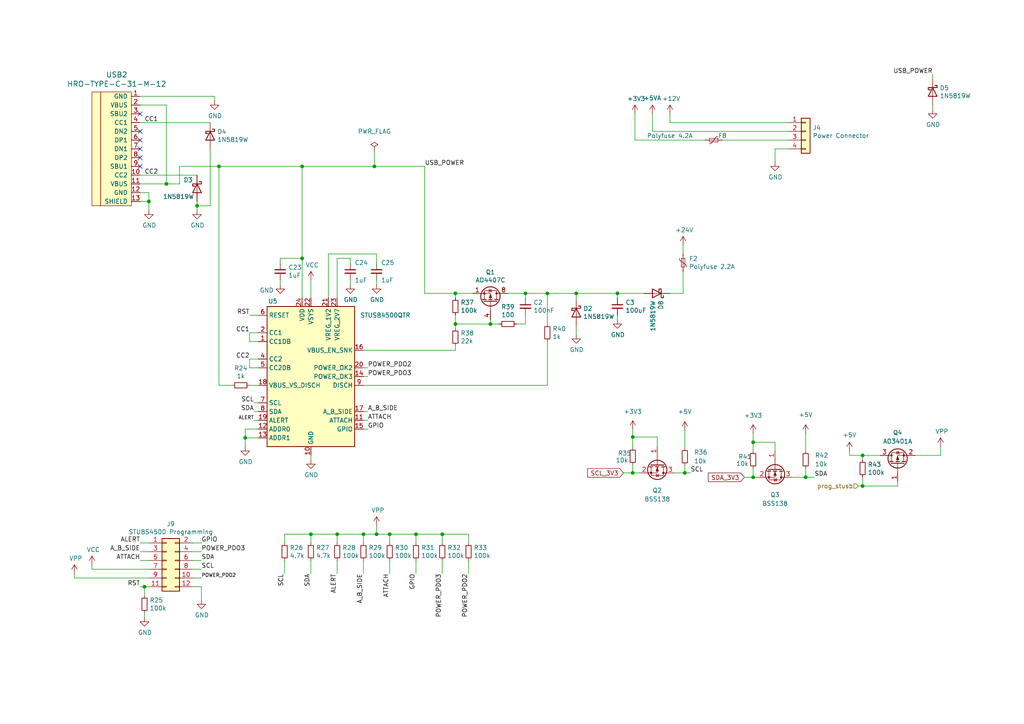
<source format=kicad_sch>
(kicad_sch (version 20231120) (generator "eeschema") (generator_version "8.0")
  (paper "A4")
  (title_block (title "Greaseweazle F7 Lighting, USB PD") (date "2023-08-27") (rev "2.04") (company "SweProj.com"))
  (lib_symbols
    (symbol "Connector_Generic:Conn_01x04" (pin_names (offset 1.016) hide)
      (property "Reference" "J" (at 0 5.08 0))
      (property "Value" "Conn_01x04" (at 0 -7.62 0))
      (symbol "Conn_01x04_1_1"
        (rectangle (start -1.27 -4.953) (end 0 -5.207) (stroke (width 0.1524)))
        (rectangle (start -1.27 -2.413) (end 0 -2.667) (stroke (width 0.1524)))
        (rectangle (start -1.27 0.127) (end 0 -0.127) (stroke (width 0.1524)))
        (rectangle (start -1.27 2.667) (end 0 2.413) (stroke (width 0.1524)))
        (rectangle (start -1.27 3.81) (end 1.27 -6.35) (stroke (width 0.254)) (fill (type background)))
        (pin passive line (at -5.08 2.54 0) (length 3.81) (name "Pin_1") (number "1"))
        (pin passive line (at -5.08 0 0) (length 3.81) (name "Pin_2") (number "2"))
        (pin passive line (at -5.08 -2.54 0) (length 3.81) (name "Pin_3") (number "3"))
        (pin passive line (at -5.08 -5.08 0) (length 3.81) (name "Pin_4") (number "4"))
      )
    )
    (symbol "Connector_Generic:Conn_02x06_Odd_Even" (pin_names (offset 1.016) hide)
      (property "Reference" "J" (at 1.27 7.62 0))
      (property "Value" "Conn_02x06_Odd_Even" (at 1.27 -10.16 0))
      (symbol "Conn_02x06_Odd_Even_1_1"
        (rectangle (start -1.27 -7.493) (end 0 -7.747) (stroke (width 0.1524)))
        (rectangle (start -1.27 -4.953) (end 0 -5.207) (stroke (width 0.1524)))
        (rectangle (start -1.27 -2.413) (end 0 -2.667) (stroke (width 0.1524)))
        (rectangle (start -1.27 0.127) (end 0 -0.127) (stroke (width 0.1524)))
        (rectangle (start -1.27 2.667) (end 0 2.413) (stroke (width 0.1524)))
        (rectangle (start -1.27 5.207) (end 0 4.953) (stroke (width 0.1524)))
        (rectangle (start -1.27 6.35) (end 3.81 -8.89) (stroke (width 0.254)) (fill (type background)))
        (rectangle (start 3.81 -7.493) (end 2.54 -7.747) (stroke (width 0.1524)))
        (rectangle (start 3.81 -4.953) (end 2.54 -5.207) (stroke (width 0.1524)))
        (rectangle (start 3.81 -2.413) (end 2.54 -2.667) (stroke (width 0.1524)))
        (rectangle (start 3.81 0.127) (end 2.54 -0.127) (stroke (width 0.1524)))
        (rectangle (start 3.81 2.667) (end 2.54 2.413) (stroke (width 0.1524)))
        (rectangle (start 3.81 5.207) (end 2.54 4.953) (stroke (width 0.1524)))
        (pin passive line (at -5.08 5.08 0) (length 3.81) (name "Pin_1") (number "1"))
        (pin passive line (at 7.62 -5.08 180) (length 3.81) (name "Pin_10") (number "10"))
        (pin passive line (at -5.08 -7.62 0) (length 3.81) (name "Pin_11") (number "11"))
        (pin passive line (at 7.62 -7.62 180) (length 3.81) (name "Pin_12") (number "12"))
        (pin passive line (at 7.62 5.08 180) (length 3.81) (name "Pin_2") (number "2"))
        (pin passive line (at -5.08 2.54 0) (length 3.81) (name "Pin_3") (number "3"))
        (pin passive line (at 7.62 2.54 180) (length 3.81) (name "Pin_4") (number "4"))
        (pin passive line (at -5.08 0 0) (length 3.81) (name "Pin_5") (number "5"))
        (pin passive line (at 7.62 0 180) (length 3.81) (name "Pin_6") (number "6"))
        (pin passive line (at -5.08 -2.54 0) (length 3.81) (name "Pin_7") (number "7"))
        (pin passive line (at 7.62 -2.54 180) (length 3.81) (name "Pin_8") (number "8"))
        (pin passive line (at -5.08 -5.08 0) (length 3.81) (name "Pin_9") (number "9"))
      )
    )
    (symbol "Device:C_Small" (pin_numbers hide) (pin_names (offset 0.254) hide)
      (property "Reference" "C" (at 0.254 1.778 0))
      (property "Value" "C_Small" (at 0.254 -2.032 0))
      (symbol "C_Small_0_1"
        (polyline (pts (xy -1.524 -0.508) (xy 1.524 -0.508)) (stroke (width 0.3302)))
        (polyline (pts (xy -1.524 0.508) (xy 1.524 0.508)) (stroke (width 0.3048)))
      )
      (symbol "C_Small_1_1"
        (pin passive line (at 0 2.54 270) (length 2.032) (name "~") (number "1"))
        (pin passive line (at 0 -2.54 90) (length 2.032) (name "~") (number "2"))
      )
    )
    (symbol "Device:D_Schottky" (pin_numbers hide) (pin_names (offset 1.016) hide)
      (property "Reference" "D" (at 0 2.54 0))
      (property "Value" "D_Schottky" (at 0 -2.54 0))
      (symbol "D_Schottky_0_1"
        (polyline (pts (xy 1.27 0) (xy -1.27 0)))
        (polyline (pts (xy 1.27 1.27) (xy 1.27 -1.27) (xy -1.27 0) (xy 1.27 1.27)) (stroke (width 0.254)))
        (polyline (pts (xy -1.905 0.635) (xy -1.905 1.27) (xy -1.27 1.27) (xy -1.27 -1.27) (xy -0.635 -1.27) (xy -0.635 -0.635)) (stroke (width 0.254)))
      )
      (symbol "D_Schottky_1_1"
        (pin passive line (at -3.81 0 0) (length 2.54) (name "K") (number "1"))
        (pin passive line (at 3.81 0 180) (length 2.54) (name "A") (number "2"))
      )
    )
    (symbol "Device:Polyfuse_Small" (pin_numbers hide) (pin_names (offset 0))
      (property "Reference" "F" (at -1.905 0 90))
      (property "Value" "Polyfuse_Small" (at 1.905 0 90))
      (symbol "Polyfuse_Small_0_1"
        (rectangle (start -0.508 1.27) (end 0.508 -1.27))
        (polyline (pts (xy 0 2.54) (xy 0 -2.54)))
        (polyline (pts (xy -1.016 1.27) (xy -1.016 0.762) (xy 1.016 -0.762) (xy 1.016 -1.27)))
      )
      (symbol "Polyfuse_Small_1_1"
        (pin passive line (at 0 2.54 270) (length 0.635) (name "~") (number "1"))
        (pin passive line (at 0 -2.54 90) (length 0.635) (name "~") (number "2"))
      )
    )
    (symbol "Device:R_Small" (pin_numbers hide) (pin_names (offset 0.254) hide)
      (property "Reference" "R" (at 0.762 0.508 0))
      (property "Value" "R_Small" (at 0.762 -1.016 0))
      (symbol "R_Small_0_1"
        (rectangle (start -0.762 1.778) (end 0.762 -1.778) (stroke (width 0.2032)))
      )
      (symbol "R_Small_1_1"
        (pin passive line (at 0 2.54 270) (length 0.762) (name "~") (number "1"))
        (pin passive line (at 0 -2.54 90) (length 0.762) (name "~") (number "2"))
      )
    )
    (symbol "Greaseweazle:HRO-TYPE-C-31-M-12" (pin_names (offset 1.016))
      (property "Reference" "USB" (at -5.08 16.51 0))
      (property "Value" "HRO-TYPE-C-31-M-12" (at -10.16 -1.27 90))
      (symbol "HRO-TYPE-C-31-M-12_0_1"
        (rectangle (start -11.43 15.24) (end -8.89 -17.78) (fill (type background)))
        (rectangle (start 0 -17.78) (end -8.89 15.24) (fill (type background)))
      )
      (symbol "HRO-TYPE-C-31-M-12_1_1"
        (pin input line (at 2.54 13.97 180) (length 2.54) (name "GND") (number "1"))
        (pin input line (at 2.54 -8.89 180) (length 2.54) (name "CC2") (number "10"))
        (pin input line (at 2.54 -11.43 180) (length 2.54) (name "VBUS") (number "11"))
        (pin input line (at 2.54 -13.97 180) (length 2.54) (name "GND") (number "12"))
        (pin input line (at 2.54 -16.51 180) (length 2.54) (name "SHIELD") (number "13"))
        (pin input line (at 2.54 11.43 180) (length 2.54) (name "VBUS") (number "2"))
        (pin input line (at 2.54 8.89 180) (length 2.54) (name "SBU2") (number "3"))
        (pin input line (at 2.54 6.35 180) (length 2.54) (name "CC1") (number "4"))
        (pin input line (at 2.54 3.81 180) (length 2.54) (name "DN2") (number "5"))
        (pin input line (at 2.54 1.27 180) (length 2.54) (name "DP1") (number "6"))
        (pin input line (at 2.54 -1.27 180) (length 2.54) (name "DN1") (number "7"))
        (pin input line (at 2.54 -3.81 180) (length 2.54) (name "DP2") (number "8"))
        (pin input line (at 2.54 -6.35 180) (length 2.54) (name "SBU1") (number "9"))
      )
    )
    (symbol "Interface_USB:STUSB4500QTR"
      (property "Reference" "U" (at -12.7 21.59 0))
      (property "Value" "STUSB4500QTR" (at 8.89 -21.59 0))
      (symbol "STUSB4500QTR_0_1"
        (rectangle (start -12.7 20.32) (end 12.7 -20.32) (stroke (width 0.254)) (fill (type background)))
      )
      (symbol "STUSB4500QTR_1_1"
        (pin bidirectional line (at -15.24 10.16 0) (length 2.54) (name "CC1DB") (number "1"))
        (pin power_in line (at 0 -22.86 90) (length 2.54) (name "GND") (number "10"))
        (pin open_collector line (at 15.24 -12.7 180) (length 2.54) (name "ATTACH") (number "11"))
        (pin input line (at -15.24 -15.24 0) (length 2.54) (name "ADDR0") (number "12"))
        (pin input line (at -15.24 -17.78 0) (length 2.54) (name "ADDR1") (number "13"))
        (pin open_collector line (at 15.24 0 180) (length 2.54) (name "POWER_OK3") (number "14"))
        (pin open_collector line (at 15.24 -15.24 180) (length 2.54) (name "GPIO") (number "15"))
        (pin open_collector line (at 15.24 7.62 180) (length 2.54) (name "VBUS_EN_SNK") (number "16"))
        (pin open_collector line (at 15.24 -10.16 180) (length 2.54) (name "A_B_SIDE") (number "17"))
        (pin input line (at -15.24 -2.54 0) (length 2.54) (name "VBUS_VS_DISCH") (number "18"))
        (pin open_collector line (at -15.24 -12.7 0) (length 2.54) (name "ALERT") (number "19"))
        (pin bidirectional line (at -15.24 12.7 0) (length 2.54) (name "CC1") (number "2"))
        (pin open_collector line (at 15.24 2.54 180) (length 2.54) (name "POWER_OK2") (number "20"))
        (pin power_out line (at 5.08 22.86 270) (length 2.54) (name "VREG_1V2") (number "21"))
        (pin power_in line (at 0 22.86 270) (length 2.54) (name "VSYS") (number "22"))
        (pin power_out line (at 7.62 22.86 270) (length 2.54) (name "VREG_2V7") (number "23"))
        (pin power_in line (at -2.54 22.86 270) (length 2.54) (name "VDD") (number "24"))
        (pin passive line (at 0 -22.86 90) (length 2.54) hide (name "GND") (number "25"))
        (pin no_connect line (at -12.7 15.24 0) (length 2.54) hide (name "NC") (number "3"))
        (pin bidirectional line (at -15.24 5.08 0) (length 2.54) (name "CC2") (number "4"))
        (pin bidirectional line (at -15.24 2.54 0) (length 2.54) (name "CC2DB") (number "5"))
        (pin input line (at -15.24 17.78 0) (length 2.54) (name "RESET") (number "6"))
        (pin input line (at -15.24 -7.62 0) (length 2.54) (name "SCL") (number "7"))
        (pin bidirectional line (at -15.24 -10.16 0) (length 2.54) (name "SDA") (number "8"))
        (pin bidirectional line (at 15.24 -2.54 180) (length 2.54) (name "DISCH") (number "9"))
      )
    )
    (symbol "Transistor_FET:AO3401A" (pin_names hide)
      (property "Reference" "Q" (at 5.08 1.905 0))
      (property "Value" "AO3401A" (at 5.08 0 0))
      (symbol "AO3401A_0_1"
        (polyline (pts (xy 0.254 0) (xy -2.54 0)))
        (polyline (pts (xy 0.254 1.905) (xy 0.254 -1.905)) (stroke (width 0.254)))
        (polyline (pts (xy 0.762 -1.27) (xy 0.762 -2.286)) (stroke (width 0.254)))
        (polyline (pts (xy 0.762 0.508) (xy 0.762 -0.508)) (stroke (width 0.254)))
        (polyline (pts (xy 0.762 2.286) (xy 0.762 1.27)) (stroke (width 0.254)))
        (polyline (pts (xy 2.54 2.54) (xy 2.54 1.778)))
        (polyline (pts (xy 2.54 -2.54) (xy 2.54 0) (xy 0.762 0)))
        (polyline (pts (xy 0.762 1.778) (xy 3.302 1.778) (xy 3.302 -1.778) (xy 0.762 -1.778)))
        (polyline (pts (xy 2.286 0) (xy 1.27 0.381) (xy 1.27 -0.381) (xy 2.286 0)) (fill (type outline)))
        (polyline (pts (xy 2.794 -0.508) (xy 2.921 -0.381) (xy 3.683 -0.381) (xy 3.81 -0.254)))
        (polyline (pts (xy 3.302 -0.381) (xy 2.921 0.254) (xy 3.683 0.254) (xy 3.302 -0.381)))
        (circle (center 1.651 0) (radius 2.794) (stroke (width 0.254)))
        (circle (center 2.54 -1.778) (radius 0.254) (fill (type outline)))
        (circle (center 2.54 1.778) (radius 0.254) (fill (type outline)))
      )
      (symbol "AO3401A_1_1"
        (pin input line (at -5.08 0 0) (length 2.54) (name "G") (number "1"))
        (pin passive line (at 2.54 -5.08 90) (length 2.54) (name "S") (number "2"))
        (pin passive line (at 2.54 5.08 270) (length 2.54) (name "D") (number "3"))
      )
    )
    (symbol "Transistor_FET:BSS138" (pin_names hide)
      (property "Reference" "Q" (at 5.08 1.905 0))
      (property "Value" "BSS138" (at 5.08 0 0))
      (symbol "BSS138_0_1"
        (polyline (pts (xy 0.254 0) (xy -2.54 0)))
        (polyline (pts (xy 0.254 1.905) (xy 0.254 -1.905)) (stroke (width 0.254)))
        (polyline (pts (xy 0.762 -1.27) (xy 0.762 -2.286)) (stroke (width 0.254)))
        (polyline (pts (xy 0.762 0.508) (xy 0.762 -0.508)) (stroke (width 0.254)))
        (polyline (pts (xy 0.762 2.286) (xy 0.762 1.27)) (stroke (width 0.254)))
        (polyline (pts (xy 2.54 2.54) (xy 2.54 1.778)))
        (polyline (pts (xy 2.54 -2.54) (xy 2.54 0) (xy 0.762 0)))
        (polyline (pts (xy 0.762 -1.778) (xy 3.302 -1.778) (xy 3.302 1.778) (xy 0.762 1.778)))
        (polyline (pts (xy 1.016 0) (xy 2.032 0.381) (xy 2.032 -0.381) (xy 1.016 0)) (fill (type outline)))
        (polyline (pts (xy 2.794 0.508) (xy 2.921 0.381) (xy 3.683 0.381) (xy 3.81 0.254)))
        (polyline (pts (xy 3.302 0.381) (xy 2.921 -0.254) (xy 3.683 -0.254) (xy 3.302 0.381)))
        (circle (center 1.651 0) (radius 2.794) (stroke (width 0.254)))
        (circle (center 2.54 -1.778) (radius 0.254) (fill (type outline)))
        (circle (center 2.54 1.778) (radius 0.254) (fill (type outline)))
      )
      (symbol "BSS138_1_1"
        (pin input line (at -5.08 0 0) (length 2.54) (name "G") (number "1"))
        (pin passive line (at 2.54 -5.08 90) (length 2.54) (name "S") (number "2"))
        (pin passive line (at 2.54 5.08 270) (length 2.54) (name "D") (number "3"))
      )
    )
    (symbol "Transistor_FET:IRF7404" (pin_names hide)
      (property "Reference" "Q" (at 5.08 1.905 0))
      (property "Value" "IRF7404" (at 5.08 0 0))
      (symbol "IRF7404_0_1"
        (polyline (pts (xy 0.254 0) (xy -2.54 0)))
        (polyline (pts (xy 0.254 1.905) (xy 0.254 -1.905)) (stroke (width 0.254)))
        (polyline (pts (xy 0.762 -1.27) (xy 0.762 -2.286)) (stroke (width 0.254)))
        (polyline (pts (xy 0.762 0.508) (xy 0.762 -0.508)) (stroke (width 0.254)))
        (polyline (pts (xy 0.762 2.286) (xy 0.762 1.27)) (stroke (width 0.254)))
        (polyline (pts (xy 2.54 2.54) (xy 2.54 1.778)))
        (polyline (pts (xy 2.54 -2.54) (xy 2.54 0) (xy 0.762 0)))
        (polyline (pts (xy 0.762 1.778) (xy 3.302 1.778) (xy 3.302 -1.778) (xy 0.762 -1.778)))
        (polyline (pts (xy 2.286 0) (xy 1.27 0.381) (xy 1.27 -0.381) (xy 2.286 0)) (fill (type outline)))
        (polyline (pts (xy 2.794 -0.508) (xy 2.921 -0.381) (xy 3.683 -0.381) (xy 3.81 -0.254)))
        (polyline (pts (xy 3.302 -0.381) (xy 2.921 0.254) (xy 3.683 0.254) (xy 3.302 -0.381)))
        (circle (center 1.651 0) (radius 2.794) (stroke (width 0.254)))
        (circle (center 2.54 -1.778) (radius 0.254) (fill (type outline)))
        (circle (center 2.54 1.778) (radius 0.254) (fill (type outline)))
      )
      (symbol "IRF7404_1_1"
        (pin passive line (at 2.54 -5.08 90) (length 2.54) (name "S") (number "1"))
        (pin passive line (at 2.54 -5.08 90) (length 2.54) hide (name "S") (number "2"))
        (pin passive line (at 2.54 -5.08 90) (length 2.54) hide (name "S") (number "3"))
        (pin passive line (at -5.08 0 0) (length 2.54) (name "G") (number "4"))
        (pin passive line (at 2.54 5.08 270) (length 2.54) hide (name "D") (number "5"))
        (pin passive line (at 2.54 5.08 270) (length 2.54) hide (name "D") (number "6"))
        (pin passive line (at 2.54 5.08 270) (length 2.54) hide (name "D") (number "7"))
        (pin passive line (at 2.54 5.08 270) (length 2.54) (name "D") (number "8"))
      )
    )
    (symbol "power:+12V" (power) (pin_names (offset 0))
      (property "Value" "+12V" (at 0 3.556 0))
      (symbol "+12V_0_1"
        (polyline (pts (xy -0.762 1.27) (xy 0 2.54)))
        (polyline (pts (xy 0 0) (xy 0 2.54)))
        (polyline (pts (xy 0 2.54) (xy 0.762 1.27)))
      )
      (symbol "+12V_1_1"
        (pin power_in line (at 0 0 90) (length 0) hide (name "+12V") (number "1"))
      )
    )
    (symbol "power:+24V" (power) (pin_names (offset 0))
      (property "Value" "+24V" (at 0 3.556 0))
      (symbol "+24V_0_1"
        (polyline (pts (xy -0.762 1.27) (xy 0 2.54)))
        (polyline (pts (xy 0 0) (xy 0 2.54)))
        (polyline (pts (xy 0 2.54) (xy 0.762 1.27)))
      )
      (symbol "+24V_1_1"
        (pin power_in line (at 0 0 90) (length 0) hide (name "+24V") (number "1"))
      )
    )
    (symbol "power:+3V3" (power) (pin_names (offset 0))
      (property "Value" "+3V3" (at 0 3.556 0))
      (symbol "+3V3_0_1"
        (polyline (pts (xy -0.762 1.27) (xy 0 2.54)))
        (polyline (pts (xy 0 0) (xy 0 2.54)))
        (polyline (pts (xy 0 2.54) (xy 0.762 1.27)))
      )
      (symbol "+3V3_1_1"
        (pin power_in line (at 0 0 90) (length 0) hide (name "+3V3") (number "1"))
      )
    )
    (symbol "power:+5V" (power) (pin_names (offset 0))
      (property "Value" "+5V" (at 0 3.556 0))
      (symbol "+5V_0_1"
        (polyline (pts (xy -0.762 1.27) (xy 0 2.54)))
        (polyline (pts (xy 0 0) (xy 0 2.54)))
        (polyline (pts (xy 0 2.54) (xy 0.762 1.27)))
      )
      (symbol "+5V_1_1"
        (pin power_in line (at 0 0 90) (length 0) hide (name "+5V") (number "1"))
      )
    )
    (symbol "power:+5VA" (power) (pin_names (offset 0))
      (property "Value" "+5VA" (at 0 3.556 0))
      (symbol "+5VA_0_1"
        (polyline (pts (xy -0.762 1.27) (xy 0 2.54)))
        (polyline (pts (xy 0 0) (xy 0 2.54)))
        (polyline (pts (xy 0 2.54) (xy 0.762 1.27)))
      )
      (symbol "+5VA_1_1"
        (pin power_in line (at 0 0 90) (length 0) hide (name "+5VA") (number "1"))
      )
    )
    (symbol "power:GND" (power) (pin_names (offset 0))
      (property "Value" "GND" (at 0 -3.81 0))
      (symbol "GND_0_1"
        (polyline (pts (xy 0 0) (xy 0 -1.27) (xy 1.27 -1.27) (xy 0 -2.54) (xy -1.27 -1.27) (xy 0 -1.27)))
      )
      (symbol "GND_1_1"
        (pin power_in line (at 0 0 270) (length 0) hide (name "GND") (number "1"))
      )
    )
    (symbol "power:PWR_FLAG" (power) (pin_numbers hide) (pin_names (offset 0) hide)
      (property "Value" "PWR_FLAG" (at 0 3.81 0))
      (symbol "PWR_FLAG_0_0"
        (pin power_out line (at 0 0 90) (length 0) (name "pwr") (number "1"))
      )
      (symbol "PWR_FLAG_0_1"
        (polyline (pts (xy 0 0) (xy 0 1.27) (xy -1.016 1.905) (xy 0 2.54) (xy 1.016 1.905) (xy 0 1.27)))
      )
    )
    (symbol "power:VCC" (power) (pin_names (offset 0))
      (property "Value" "VCC" (at 0 3.81 0))
      (symbol "VCC_0_1"
        (polyline (pts (xy -0.762 1.27) (xy 0 2.54)))
        (polyline (pts (xy 0 0) (xy 0 2.54)))
        (polyline (pts (xy 0 2.54) (xy 0.762 1.27)))
      )
      (symbol "VCC_1_1"
        (pin power_in line (at 0 0 90) (length 0) hide (name "VCC") (number "1"))
      )
    )
    (symbol "power:VPP" (power) (pin_names (offset 0))
      (property "Value" "VPP" (at 0 3.81 0))
      (symbol "VPP_0_1"
        (polyline (pts (xy -0.762 1.27) (xy 0 2.54)))
        (polyline (pts (xy 0 0) (xy 0 2.54)))
        (polyline (pts (xy 0 2.54) (xy 0.762 1.27)))
      )
      (symbol "VPP_1_1"
        (pin power_in line (at 0 0 90) (length 0) hide (name "VPP") (number "1"))
      )
    )
  )
  (junction (at 41.91 170.18))
  (junction (at 87.63 74.93))
  (junction (at 120.65 154.94))
  (junction (at 87.63 48.26))
  (junction (at 97.79 154.94))
  (junction (at 142.24 93.98))
  (junction (at 152.4 85.09))
  (junction (at 132.08 85.09))
  (junction (at 183.515 126.746))
  (junction (at 167.132 85.09))
  (junction (at 158.75 85.09))
  (junction (at 179.07 85.09))
  (junction (at 48.26 53.34))
  (junction (at 218.44 138.43))
  (junction (at 113.03 154.94))
  (junction (at 218.44 128.27))
  (junction (at 250.19 132.08))
  (junction (at 105.41 154.94))
  (junction (at 43.18 58.42))
  (junction (at 108.585 48.26))
  (junction (at 132.08 93.98))
  (junction (at 63.5 48.26))
  (junction (at 183.515 137.16))
  (junction (at 250.19 140.97))
  (junction (at 57.15 59.69))
  (junction (at 109.22 154.94))
  (junction (at 198.628 137.16))
  (junction (at 233.68 138.43))
  (junction (at 90.17 154.94))
  (junction (at 128.27 154.94))
  (junction (at 71.12 127))
  (no_connect (at 40.64 33.02))
  (no_connect (at 40.64 48.26))
  (no_connect (at 40.64 40.64))
  (no_connect (at 40.64 45.72))
  (no_connect (at 40.64 38.1))
  (no_connect (at 40.64 43.18))
  (wire (pts (xy 58.42 170.18) (xy 58.42 173.99)))
  (wire (pts (xy 43.18 58.42) (xy 43.18 60.96)))
  (wire (pts (xy 55.88 157.48) (xy 58.42 157.48)))
  (wire (pts (xy 97.79 86.36) (xy 97.79 74.93)))
  (wire (pts (xy 184.15 33.02) (xy 184.15 40.64)))
  (wire (pts (xy 74.93 91.44) (xy 72.39 91.44)))
  (wire (pts (xy 132.08 100.33) (xy 132.08 101.6)))
  (wire (pts (xy 167.132 85.09) (xy 179.07 85.09)))
  (wire (pts (xy 194.31 33.02) (xy 194.31 35.56)))
  (wire (pts (xy 132.08 93.98) (xy 142.24 93.98)))
  (wire (pts (xy 179.07 91.44) (xy 179.07 92.71)))
  (wire (pts (xy 81.28 81.28) (xy 81.28 82.55)))
  (wire (pts (xy 233.68 138.43) (xy 236.22 138.43)))
  (wire (pts (xy 233.68 125.73) (xy 233.68 130.81)))
  (wire (pts (xy 142.24 93.98) (xy 142.24 92.71)))
  (wire (pts (xy 55.88 165.1) (xy 58.42 165.1)))
  (wire (pts (xy 105.41 124.46) (xy 106.68 124.46)))
  (wire (pts (xy 48.26 53.34) (xy 52.07 53.34)))
  (wire (pts (xy 183.515 126.746) (xy 190.627 126.746)))
  (wire (pts (xy 71.12 124.46) (xy 71.12 127)))
  (wire (pts (xy 128.27 162.56) (xy 128.27 166.37)))
  (wire (pts (xy 105.41 109.22) (xy 106.68 109.22)))
  (wire (pts (xy 60.96 43.18) (xy 60.96 59.69)))
  (wire (pts (xy 132.08 85.09) (xy 137.16 85.09)))
  (wire (pts (xy 120.65 154.94) (xy 120.65 157.48)))
  (wire (pts (xy 72.39 106.68) (xy 72.39 104.14)))
  (wire (pts (xy 218.44 128.27) (xy 218.44 130.81)))
  (wire (pts (xy 224.79 128.27) (xy 224.79 130.81)))
  (wire (pts (xy 109.22 73.66) (xy 109.22 76.2)))
  (wire (pts (xy 82.55 154.94) (xy 90.17 154.94)))
  (wire (pts (xy 194.31 35.56) (xy 228.6 35.56)))
  (wire (pts (xy 40.64 162.56) (xy 43.18 162.56)))
  (wire (pts (xy 108.585 43.815) (xy 108.585 48.26)))
  (wire (pts (xy 152.4 93.98) (xy 152.4 91.44)))
  (wire (pts (xy 87.63 86.36) (xy 87.63 74.93)))
  (wire (pts (xy 198.628 137.16) (xy 198.628 135.001)))
  (wire (pts (xy 198.12 78.74) (xy 198.12 85.09)))
  (wire (pts (xy 87.63 74.93) (xy 81.28 74.93)))
  (wire (pts (xy 109.22 154.94) (xy 113.03 154.94)))
  (wire (pts (xy 224.79 46.99) (xy 224.79 43.18)))
  (wire (pts (xy 72.39 99.06) (xy 74.93 99.06)))
  (wire (pts (xy 215.9 138.43) (xy 218.44 138.43)))
  (wire (pts (xy 109.22 152.4) (xy 109.22 154.94)))
  (wire (pts (xy 41.91 170.18) (xy 43.18 170.18)))
  (wire (pts (xy 229.87 138.43) (xy 233.68 138.43)))
  (wire (pts (xy 120.65 154.94) (xy 128.27 154.94)))
  (wire (pts (xy 113.03 154.94) (xy 113.03 157.48)))
  (wire (pts (xy 233.68 135.89) (xy 233.68 138.43)))
  (wire (pts (xy 55.88 170.18) (xy 58.42 170.18)))
  (wire (pts (xy 105.41 162.56) (xy 105.41 166.37)))
  (wire (pts (xy 105.41 111.76) (xy 158.75 111.76)))
  (wire (pts (xy 74.93 106.68) (xy 72.39 106.68)))
  (wire (pts (xy 48.26 30.48) (xy 48.26 53.34)))
  (wire (pts (xy 180.848 137.16) (xy 183.515 137.16)))
  (wire (pts (xy 72.39 104.14) (xy 74.93 104.14)))
  (wire (pts (xy 270.51 21.59) (xy 270.51 22.86)))
  (wire (pts (xy 113.03 162.56) (xy 113.03 166.37)))
  (wire (pts (xy 21.59 167.64) (xy 43.18 167.64)))
  (wire (pts (xy 190.627 126.746) (xy 190.627 129.54)))
  (wire (pts (xy 97.79 154.94) (xy 105.41 154.94)))
  (wire (pts (xy 179.07 85.09) (xy 186.69 85.09)))
  (wire (pts (xy 41.91 170.18) (xy 41.91 172.72)))
  (wire (pts (xy 123.19 48.26) (xy 123.19 85.09)))
  (wire (pts (xy 71.12 127) (xy 71.12 129.54)))
  (wire (pts (xy 74.93 116.84) (xy 73.66 116.84)))
  (wire (pts (xy 218.44 138.43) (xy 219.71 138.43)))
  (wire (pts (xy 250.19 132.08) (xy 250.19 133.35)))
  (wire (pts (xy 135.89 162.56) (xy 135.89 166.37)))
  (wire (pts (xy 113.03 154.94) (xy 120.65 154.94)))
  (wire (pts (xy 82.55 162.56) (xy 82.55 166.37)))
  (wire (pts (xy 167.132 94.488) (xy 167.132 97.028)))
  (wire (pts (xy 40.64 170.18) (xy 41.91 170.18)))
  (wire (pts (xy 52.07 48.26) (xy 63.5 48.26)))
  (wire (pts (xy 246.38 132.08) (xy 250.19 132.08)))
  (wire (pts (xy 63.5 111.76) (xy 67.31 111.76)))
  (wire (pts (xy 183.515 134.874) (xy 183.515 137.16)))
  (wire (pts (xy 272.796 132.08) (xy 272.796 129.54)))
  (wire (pts (xy 250.19 140.97) (xy 260.35 140.97)))
  (wire (pts (xy 73.66 119.38) (xy 74.93 119.38)))
  (wire (pts (xy 90.17 132.08) (xy 90.17 133.35)))
  (wire (pts (xy 183.515 129.794) (xy 183.515 126.746)))
  (wire (pts (xy 184.15 40.64) (xy 204.47 40.64)))
  (wire (pts (xy 128.27 154.94) (xy 135.89 154.94)))
  (wire (pts (xy 132.08 93.98) (xy 132.08 95.25)))
  (wire (pts (xy 105.41 101.6) (xy 132.08 101.6)))
  (wire (pts (xy 183.515 124.587) (xy 183.515 126.746)))
  (wire (pts (xy 158.75 99.06) (xy 158.75 111.76)))
  (wire (pts (xy 128.27 154.94) (xy 128.27 157.48)))
  (wire (pts (xy 97.79 157.48) (xy 97.79 154.94)))
  (wire (pts (xy 40.64 157.48) (xy 43.18 157.48)))
  (wire (pts (xy 87.63 48.26) (xy 87.63 74.93)))
  (wire (pts (xy 40.64 50.8) (xy 57.15 50.8)))
  (wire (pts (xy 26.67 163.83) (xy 26.67 165.1)))
  (wire (pts (xy 183.515 137.16) (xy 185.547 137.16)))
  (wire (pts (xy 63.5 48.26) (xy 87.63 48.26)))
  (wire (pts (xy 135.89 154.94) (xy 135.89 157.48)))
  (wire (pts (xy 105.41 119.38) (xy 106.68 119.38)))
  (wire (pts (xy 109.22 81.28) (xy 109.22 82.55)))
  (wire (pts (xy 198.12 71.12) (xy 198.12 73.66)))
  (wire (pts (xy 132.08 85.09) (xy 132.08 86.36)))
  (wire (pts (xy 40.64 35.56) (xy 60.96 35.56)))
  (wire (pts (xy 41.91 177.8) (xy 41.91 179.07)))
  (wire (pts (xy 189.23 33.02) (xy 189.23 38.1)))
  (wire (pts (xy 90.17 162.56) (xy 90.17 166.37)))
  (wire (pts (xy 55.88 167.64) (xy 58.42 167.64)))
  (wire (pts (xy 40.64 53.34) (xy 48.26 53.34)))
  (wire (pts (xy 40.64 27.94) (xy 62.23 27.94)))
  (wire (pts (xy 167.132 85.09) (xy 167.132 86.868)))
  (wire (pts (xy 120.65 162.56) (xy 120.65 166.37)))
  (wire (pts (xy 105.41 154.94) (xy 105.41 157.48)))
  (wire (pts (xy 72.39 96.52) (xy 74.93 96.52)))
  (wire (pts (xy 250.19 132.08) (xy 255.27 132.08)))
  (wire (pts (xy 152.4 85.09) (xy 152.4 86.36)))
  (wire (pts (xy 97.79 74.93) (xy 101.6 74.93)))
  (wire (pts (xy 87.63 48.26) (xy 108.585 48.26)))
  (wire (pts (xy 250.19 138.43) (xy 250.19 140.97)))
  (wire (pts (xy 95.25 86.36) (xy 95.25 73.66)))
  (wire (pts (xy 270.51 30.48) (xy 270.51 31.75)))
  (wire (pts (xy 101.6 74.93) (xy 101.6 76.2)))
  (wire (pts (xy 218.44 128.27) (xy 224.79 128.27)))
  (wire (pts (xy 55.88 160.02) (xy 58.42 160.02)))
  (wire (pts (xy 142.24 93.98) (xy 144.78 93.98)))
  (wire (pts (xy 260.35 140.97) (xy 260.35 139.7)))
  (wire (pts (xy 218.44 125.73) (xy 218.44 128.27)))
  (wire (pts (xy 158.75 85.09) (xy 167.132 85.09)))
  (wire (pts (xy 224.79 43.18) (xy 228.6 43.18)))
  (wire (pts (xy 218.44 135.89) (xy 218.44 138.43)))
  (wire (pts (xy 72.39 96.52) (xy 72.39 99.06)))
  (wire (pts (xy 74.93 124.46) (xy 71.12 124.46)))
  (wire (pts (xy 152.4 85.09) (xy 158.75 85.09)))
  (wire (pts (xy 57.15 59.69) (xy 57.15 60.96)))
  (wire (pts (xy 209.55 40.64) (xy 228.6 40.64)))
  (wire (pts (xy 81.28 74.93) (xy 81.28 76.2)))
  (wire (pts (xy 195.707 137.16) (xy 198.628 137.16)))
  (wire (pts (xy 62.23 27.94) (xy 62.23 29.21)))
  (wire (pts (xy 248.92 140.97) (xy 250.19 140.97)))
  (wire (pts (xy 198.628 137.16) (xy 200.279 137.16)))
  (wire (pts (xy 60.96 59.69) (xy 57.15 59.69)))
  (wire (pts (xy 63.5 48.26) (xy 63.5 111.76)))
  (wire (pts (xy 52.07 53.34) (xy 52.07 48.26)))
  (wire (pts (xy 90.17 81.28) (xy 90.17 86.36)))
  (wire (pts (xy 71.12 127) (xy 74.93 127)))
  (wire (pts (xy 246.38 130.81) (xy 246.38 132.08)))
  (wire (pts (xy 73.66 121.92) (xy 74.93 121.92)))
  (wire (pts (xy 158.75 85.09) (xy 158.75 93.98)))
  (wire (pts (xy 108.585 48.26) (xy 123.19 48.26)))
  (wire (pts (xy 26.67 165.1) (xy 43.18 165.1)))
  (wire (pts (xy 57.15 58.42) (xy 57.15 59.69)))
  (wire (pts (xy 101.6 81.28) (xy 101.6 82.55)))
  (wire (pts (xy 132.08 91.44) (xy 132.08 93.98)))
  (wire (pts (xy 90.17 154.94) (xy 97.79 154.94)))
  (wire (pts (xy 95.25 73.66) (xy 109.22 73.66)))
  (wire (pts (xy 105.41 106.68) (xy 106.68 106.68)))
  (wire (pts (xy 198.628 124.841) (xy 198.628 129.921)))
  (wire (pts (xy 265.43 132.08) (xy 272.796 132.08)))
  (wire (pts (xy 72.39 111.76) (xy 74.93 111.76)))
  (wire (pts (xy 90.17 157.48) (xy 90.17 154.94)))
  (wire (pts (xy 55.88 162.56) (xy 58.42 162.56)))
  (wire (pts (xy 123.19 85.09) (xy 132.08 85.09)))
  (wire (pts (xy 147.32 85.09) (xy 152.4 85.09)))
  (wire (pts (xy 40.64 58.42) (xy 43.18 58.42)))
  (wire (pts (xy 21.59 166.37) (xy 21.59 167.64)))
  (wire (pts (xy 179.07 85.09) (xy 179.07 86.36)))
  (wire (pts (xy 194.31 85.09) (xy 198.12 85.09)))
  (wire (pts (xy 40.64 160.02) (xy 43.18 160.02)))
  (wire (pts (xy 149.86 93.98) (xy 152.4 93.98)))
  (wire (pts (xy 105.41 121.92) (xy 106.68 121.92)))
  (wire (pts (xy 82.55 157.48) (xy 82.55 154.94)))
  (wire (pts (xy 189.23 38.1) (xy 228.6 38.1)))
  (wire (pts (xy 97.79 162.56) (xy 97.79 166.37)))
  (wire (pts (xy 43.18 55.88) (xy 43.18 58.42)))
  (wire (pts (xy 40.64 55.88) (xy 43.18 55.88)))
  (wire (pts (xy 40.64 30.48) (xy 48.26 30.48)))
  (wire (pts (xy 105.41 154.94) (xy 109.22 154.94)))
  (label "A_B_SIDE" (at 105.41 166.37 270))
  (label "SCL" (at 58.42 165.1 0))
  (label "USB_POWER" (at 123.19 48.26 0))
  (label "POWER_PDO2" (at 58.42 167.64 0) (effects (font (size 1 1))))
  (label "SDA" (at 58.42 162.56 0))
  (label "POWER_PDO3" (at 106.68 109.22 0))
  (label "RST" (at 72.39 91.44 180))
  (label "CC1" (at 41.91 35.56 0))
  (label "A_B_SIDE" (at 106.68 119.38 0))
  (label "SCL" (at 73.66 116.84 180))
  (label "SCL" (at 200.279 137.16 0))
  (label "ATTACH" (at 40.64 162.56 180))
  (label "CC2" (at 41.91 50.8 0))
  (label "SDA" (at 73.66 119.38 180))
  (label "SDA" (at 236.22 138.43 0))
  (label "GPIO" (at 106.68 124.46 0))
  (label "SDA" (at 90.17 166.37 270))
  (label "ATTACH" (at 113.03 166.37 270))
  (label "ALERT" (at 40.64 157.48 180))
  (label "ATTACH" (at 106.68 121.92 0))
  (label "POWER_PDO2" (at 135.89 166.37 270))
  (label "GPIO" (at 58.42 157.48 0))
  (label "POWER_PDO3" (at 128.27 166.37 270))
  (label "ALERT" (at 97.79 166.37 270))
  (label "GPIO" (at 120.65 166.37 270))
  (label "RST" (at 40.64 170.18 180))
  (label "POWER_PDO3" (at 58.42 160.02 0))
  (label "CC2" (at 72.39 104.14 180))
  (label "USB_POWER" (at 270.51 21.59 180))
  (label "A_B_SIDE" (at 40.64 160.02 180))
  (label "POWER_PDO2" (at 106.68 106.68 0))
  (label "SCL" (at 82.55 166.37 270))
  (label "ALERT" (at 73.66 121.92 180) (effects (font (size 1 1))))
  (label "CC1" (at 72.39 96.52 180))
  (global_label "SCL_3V3" (shape input) (at 180.848 137.16 180) (property "Intersheetrefs" "${INTERSHEET_REFS}" (effects (hide yes))))
  (global_label "SDA_3V3" (shape input) (at 215.9 138.43 180) (property "Intersheetrefs" "${INTERSHEET_REFS}" (effects (hide yes))))
  (hierarchical_label "prog_stusb" (shape input) (at 248.92 140.97 180))
  (symbol (lib_id "Device:Polyfuse_Small") (at 207.01 40.64 270) (unit 1)
    (property "Reference" "F8" (at 209.55 39.37 90))
    (property "Value" "Polyfuse 4.2A" (at 194.31 39.37 90))
    (property "Footprint" "Greaseweazle:Fuse_2018Metric" (effects (hide yes)))
    (property "LCSC" "C21007" (effects (hide yes)))
  )
  (symbol (lib_id "power:+3V3") (at 184.15 33.02 0) (unit 1)
    (property "Reference" "#PWR0165" (effects (hide yes)))
    (property "Value" "+3V3" (at 184.531 28.6258 0))
  )
  (symbol (lib_id "Interface_USB:STUSB4500QTR") (at 90.17 109.22 0) (unit 1)
    (property "Reference" "U5" (at 79.121 87.376 0))
    (property "Value" "STUSB4500QTR" (at 111.76 91.44 0))
    (property "Footprint" "Package_DFN_QFN:QFN-24-1EP_4x4mm_P0.5mm_EP2.7x2.7mm" (effects (hide yes)))
    (property "Datasheet" "https://www.st.com/resource/en/datasheet/stusb4500.pdf" (effects (hide yes)))
    (property "LCSC" "C2678061" (effects (hide yes)))
  )
  (symbol (lib_id "Greaseweazle:HRO-TYPE-C-31-M-12") (at 38.1 41.91 0) (unit 1)
    (property "Reference" "USB2" (at 33.8582 21.6662 0) (effects (font (size 1.524 1.524))))
    (property "Value" "HRO-TYPE-C-31-M-12" (at 33.8582 24.3586 0) (effects (font (size 1.524 1.524))))
    (property "Footprint" "Greaseweazle:HRO-TYPE-C-31-M-12" (effects (hide yes)))
    (property "Datasheet" "https://datasheet.lcsc.com/szlcsc/1811131825_Korean-Hroparts-Elec-TYPE-C-31-M-12_C165948.pdf" (effects (hide yes)))
    (property "LCSC" "C165948" (effects (hide yes)))
  )
  (symbol (lib_id "Connector_Generic:Conn_01x04") (at 233.68 38.1 0) (unit 1)
    (property "Reference" "J4" (at 235.712 37.0332 0) (effects (justify left)))
    (property "Value" "Power Connector" (at 235.712 39.3446 0) (effects (justify left)))
    (property "Footprint" "Connector_Phoenix_MC:PhoenixContact_MC_1,5_4-G-3.81_1x04_P3.81mm_Horizontal" (effects (hide yes)))
  )
  (symbol (lib_id "Device:D_Schottky") (at 270.51 26.67 270) (unit 1)
    (property "Reference" "D5" (at 272.542 25.5016 90) (effects (justify left)))
    (property "Value" "1N5819W" (at 272.542 27.813 90) (effects (justify left)))
    (property "Footprint" "Diode_SMD:D_SOD-123" (effects (hide yes)))
    (property "LCSC" "C963381" (effects (hide yes)))
  )
  (symbol (lib_id "power:GND") (at 270.51 31.75 0) (unit 1)
    (property "Reference" "#PWR0123" (effects (hide yes)))
    (property "Value" "GND" (at 270.637 36.1442 0))
  )
  (symbol (lib_id "Device:D_Schottky") (at 57.15 54.61 270) (unit 1)
    (property "Reference" "D3" (at 53.213 52.197 90) (effects (justify left)))
    (property "Value" "1N5819W" (at 47.244 57.023 90) (effects (justify left)))
    (property "Footprint" "Diode_SMD:D_SOD-123" (effects (hide yes)))
    (property "LCSC" "C963381" (effects (hide yes)))
  )
  (symbol (lib_id "power:GND") (at 57.15 60.96 0) (unit 1)
    (property "Reference" "#PWR0124" (effects (hide yes)))
    (property "Value" "GND" (at 57.277 65.3542 0))
  )
  (symbol (lib_id "Device:D_Schottky") (at 60.96 39.37 270) (unit 1)
    (property "Reference" "D4" (at 62.992 38.2016 90) (effects (justify left)))
    (property "Value" "1N5819W" (at 62.992 40.513 90) (effects (justify left)))
    (property "Footprint" "Diode_SMD:D_SOD-123" (effects (hide yes)))
    (property "LCSC" "C963381" (effects (hide yes)))
  )
  (symbol (lib_id "power:GND") (at 43.18 60.96 0) (unit 1)
    (property "Reference" "#PWR0125" (effects (hide yes)))
    (property "Value" "GND" (at 43.307 65.3542 0))
  )
  (symbol (lib_id "power:GND") (at 62.23 29.21 0) (unit 1)
    (property "Reference" "#PWR0127" (effects (hide yes)))
    (property "Value" "GND" (at 62.357 33.6042 0))
  )
  (symbol (lib_id "Device:R_Small") (at 69.85 111.76 270) (unit 1)
    (property "Reference" "R24" (at 69.85 106.7816 90))
    (property "Value" "1k" (at 69.85 109.093 90))
    (property "Footprint" "Resistor_SMD:R_0402_1005Metric" (effects (hide yes)))
    (property "LCSC" "C11702" (effects (hide yes)))
  )
  (symbol (lib_id "power:GND") (at 71.12 129.54 0) (unit 1)
    (property "Reference" "#PWR0122" (effects (hide yes)))
    (property "Value" "GND" (at 71.247 133.9342 0))
  )
  (symbol (lib_id "power:GND") (at 90.17 133.35 0) (unit 1)
    (property "Reference" "#PWR0126" (effects (hide yes)))
    (property "Value" "GND" (at 90.297 137.7442 0))
  )
  (symbol (lib_id "Connector_Generic:Conn_02x06_Odd_Even") (at 48.26 162.56 0) (unit 1)
    (property "Reference" "J9" (at 49.53 151.9682 0))
    (property "Value" "STUBS4500 Programming" (at 49.53 154.2796 0))
    (property "Footprint" "Connector_IDC:IDC-Header_2x06_P2.54mm_Vertical" (effects (hide yes)))
    (property "LCSC" "C692422" (effects (hide yes)))
  )
  (symbol (lib_id "power:GND") (at 58.42 173.99 0) (unit 1)
    (property "Reference" "#PWR0128" (effects (hide yes)))
    (property "Value" "GND" (at 58.547 178.3842 0))
  )
  (symbol (lib_id "Device:R_Small") (at 41.91 175.26 0) (unit 1)
    (property "Reference" "R25" (at 43.4086 174.0916 0) (effects (justify left)))
    (property "Value" "100k" (at 43.4086 176.403 0) (effects (justify left)))
    (property "Footprint" "Resistor_SMD:R_0402_1005Metric" (effects (hide yes)))
    (property "LCSC" "C25741" (effects (hide yes)))
  )
  (symbol (lib_id "power:GND") (at 41.91 179.07 0) (unit 1)
    (property "Reference" "#PWR0129" (effects (hide yes)))
    (property "Value" "GND" (at 42.037 183.4642 0))
  )
  (symbol (lib_id "power:VPP") (at 21.59 166.37 0) (unit 1)
    (property "Reference" "#PWR0133" (effects (hide yes)))
    (property "Value" "VPP" (at 21.971 161.9758 0))
  )
  (symbol (lib_id "power:VCC") (at 26.67 163.83 0) (unit 1)
    (property "Reference" "#PWR0134" (effects (hide yes)))
    (property "Value" "VCC" (at 27.051 159.4358 0))
  )
  (symbol (lib_id "power:VPP") (at 109.22 152.4 0) (unit 1)
    (property "Reference" "#PWR0135" (effects (hide yes)))
    (property "Value" "VPP" (at 109.601 148.0058 0))
  )
  (symbol (lib_id "Device:R_Small") (at 97.79 160.02 0) (unit 1)
    (property "Reference" "R28" (at 99.2886 158.8516 0) (effects (justify left)))
    (property "Value" "100k" (at 99.2886 161.163 0) (effects (justify left)))
    (property "Footprint" "Resistor_SMD:R_0402_1005Metric" (effects (hide yes)))
    (property "LCSC" "C25741" (effects (hide yes)))
  )
  (symbol (lib_id "Device:R_Small") (at 105.41 160.02 0) (unit 1)
    (property "Reference" "R29" (at 106.9086 158.8516 0) (effects (justify left)))
    (property "Value" "100k" (at 106.9086 161.163 0) (effects (justify left)))
    (property "Footprint" "Resistor_SMD:R_0402_1005Metric" (effects (hide yes)))
    (property "LCSC" "C25741" (effects (hide yes)))
  )
  (symbol (lib_id "Device:R_Small") (at 113.03 160.02 0) (unit 1)
    (property "Reference" "R30" (at 114.5286 158.8516 0) (effects (justify left)))
    (property "Value" "100k" (at 114.5286 161.163 0) (effects (justify left)))
    (property "Footprint" "Resistor_SMD:R_0402_1005Metric" (effects (hide yes)))
    (property "LCSC" "C25741" (effects (hide yes)))
  )
  (symbol (lib_id "Device:R_Small") (at 120.65 160.02 0) (unit 1)
    (property "Reference" "R31" (at 122.1486 158.8516 0) (effects (justify left)))
    (property "Value" "100k" (at 122.1486 161.163 0) (effects (justify left)))
    (property "Footprint" "Resistor_SMD:R_0402_1005Metric" (effects (hide yes)))
    (property "LCSC" "C25741" (effects (hide yes)))
  )
  (symbol (lib_id "Device:R_Small") (at 128.27 160.02 0) (unit 1)
    (property "Reference" "R32" (at 129.7686 158.8516 0) (effects (justify left)))
    (property "Value" "100k" (at 129.7686 161.163 0) (effects (justify left)))
    (property "Footprint" "Resistor_SMD:R_0402_1005Metric" (effects (hide yes)))
    (property "LCSC" "C25741" (effects (hide yes)))
  )
  (symbol (lib_id "Device:R_Small") (at 135.89 160.02 0) (unit 1)
    (property "Reference" "R33" (at 137.3886 158.8516 0) (effects (justify left)))
    (property "Value" "100k" (at 137.3886 161.163 0) (effects (justify left)))
    (property "Footprint" "Resistor_SMD:R_0402_1005Metric" (effects (hide yes)))
    (property "LCSC" "C25741" (effects (hide yes)))
  )
  (symbol (lib_id "Device:R_Small") (at 90.17 160.02 0) (unit 1)
    (property "Reference" "R27" (at 91.6686 158.8516 0) (effects (justify left)))
    (property "Value" "4.7k" (at 91.6686 161.163 0) (effects (justify left)))
    (property "Footprint" "Resistor_SMD:R_0402_1005Metric" (effects (hide yes)))
    (property "LCSC" "C25900" (effects (hide yes)))
  )
  (symbol (lib_id "Device:R_Small") (at 82.55 160.02 0) (unit 1)
    (property "Reference" "R26" (at 84.0486 158.8516 0) (effects (justify left)))
    (property "Value" "4.7k" (at 84.0486 161.163 0) (effects (justify left)))
    (property "Footprint" "Resistor_SMD:R_0402_1005Metric" (effects (hide yes)))
    (property "LCSC" "C25900" (effects (hide yes)))
  )
  (symbol (lib_id "power:VCC") (at 90.17 81.28 0) (unit 1)
    (property "Reference" "#PWR0136" (effects (hide yes)))
    (property "Value" "VCC" (at 90.551 76.8858 0))
  )
  (symbol (lib_id "Device:C_Small") (at 101.6 78.74 0) (unit 1)
    (property "Reference" "C24" (at 102.87 76.2 0) (effects (justify left)))
    (property "Value" "1uF" (at 102.87 81.28 0) (effects (justify left)))
    (property "Footprint" "Capacitor_SMD:C_0603_1608Metric" (effects (hide yes)))
    (property "LCSC" "C15849" (effects (hide yes)))
  )
  (symbol (lib_id "Device:C_Small") (at 109.22 78.74 0) (unit 1)
    (property "Reference" "C25" (at 110.49 76.2 0) (effects (justify left)))
    (property "Value" "1uF" (at 110.49 81.28 0) (effects (justify left)))
    (property "Footprint" "Capacitor_SMD:C_0603_1608Metric" (effects (hide yes)))
    (property "LCSC" "C15849" (effects (hide yes)))
  )
  (symbol (lib_id "Device:C_Small") (at 81.28 78.74 0) (unit 1)
    (property "Reference" "C23" (at 83.6168 77.5716 0) (effects (justify left)))
    (property "Value" "1uF" (at 83.6168 79.883 0) (effects (justify left)))
    (property "Footprint" "Capacitor_SMD:C_0603_1608Metric" (effects (hide yes)))
    (property "LCSC" "C15849" (effects (hide yes)))
  )
  (symbol (lib_id "power:GND") (at 81.28 82.55 0) (unit 1)
    (property "Reference" "#PWR0137" (effects (hide yes)))
    (property "Value" "GND" (at 77.343 84.201 0))
  )
  (symbol (lib_id "power:GND") (at 101.6 82.55 0) (unit 1)
    (property "Reference" "#PWR0138" (effects (hide yes)))
    (property "Value" "GND" (at 101.727 86.9442 0))
  )
  (symbol (lib_id "power:GND") (at 109.22 82.55 0) (unit 1)
    (property "Reference" "#PWR0139" (effects (hide yes)))
    (property "Value" "GND" (at 109.347 86.9442 0))
  )
  (symbol (lib_id "Transistor_FET:IRF7404") (at 142.24 87.63 270) (mirror x) (unit 1)
    (property "Reference" "Q1" (at 142.24 78.9432 90))
    (property "Value" "AO4407C" (at 142.24 81.2546 90))
    (property "Footprint" "Package_SO:SOIC-8_3.9x4.9mm_P1.27mm" (effects (hide yes)))
    (property "LCSC" "C469397" (effects (hide yes)))
  )
  (symbol (lib_id "Device:R_Small") (at 132.08 88.9 0) (unit 1)
    (property "Reference" "R37" (at 133.5786 87.7316 0) (effects (justify left)))
    (property "Value" "100k" (at 133.5786 90.043 0) (effects (justify left)))
    (property "Footprint" "Resistor_SMD:R_0402_1005Metric" (effects (hide yes)))
    (property "LCSC" "C25741" (effects (hide yes)))
  )
  (symbol (lib_id "Device:R_Small") (at 132.08 97.79 0) (unit 1)
    (property "Reference" "R38" (at 133.5786 96.6216 0) (effects (justify left)))
    (property "Value" "22k" (at 133.5786 98.933 0) (effects (justify left)))
    (property "Footprint" "Resistor_SMD:R_0402_1005Metric" (effects (hide yes)))
    (property "LCSC" "C25768" (effects (hide yes)))
  )
  (symbol (lib_id "Device:R_Small") (at 147.32 93.98 270) (unit 1)
    (property "Reference" "R39" (at 147.32 89.0016 90))
    (property "Value" "100" (at 147.32 91.313 90))
    (property "Footprint" "Resistor_SMD:R_0402_1005Metric" (effects (hide yes)))
    (property "LCSC" "C25076" (effects (hide yes)))
  )
  (symbol (lib_id "Device:C_Small") (at 152.4 88.9 0) (unit 1)
    (property "Reference" "C2" (at 154.7368 87.7316 0) (effects (justify left)))
    (property "Value" "100nF" (at 154.7368 90.043 0) (effects (justify left)))
    (property "Footprint" "Capacitor_SMD:C_0402_1005Metric" (effects (hide yes)))
    (property "LCSC" "C1525" (effects (hide yes)))
  )
  (symbol (lib_id "Device:D_Schottky") (at 167.132 90.678 270) (unit 1)
    (property "Reference" "D2" (at 169.164 89.5096 90) (effects (justify left)))
    (property "Value" "1N5819W" (at 169.164 91.821 90) (effects (justify left)))
    (property "Footprint" "Diode_SMD:D_SOD-123" (effects (hide yes)))
    (property "LCSC" "C963381" (effects (hide yes)))
  )
  (symbol (lib_id "power:GND") (at 167.132 97.028 0) (unit 1)
    (property "Reference" "#PWR0142" (effects (hide yes)))
    (property "Value" "GND" (at 167.259 101.4222 0))
  )
  (symbol (lib_id "Device:R_Small") (at 158.75 96.52 180) (unit 1)
    (property "Reference" "R40" (at 160.2486 95.3516 0) (effects (justify right)))
    (property "Value" "1k" (at 160.2486 97.663 0) (effects (justify right)))
    (property "Footprint" "Resistor_SMD:R_0402_1005Metric" (effects (hide yes)))
    (property "LCSC" "C11702" (effects (hide yes)))
  )
  (symbol (lib_id "Device:C_Small") (at 179.07 88.9 0) (unit 1)
    (property "Reference" "C3" (at 181.4068 87.7316 0) (effects (justify left)))
    (property "Value" "100uF" (at 181.4068 90.043 0) (effects (justify left)))
    (property "Footprint" "Capacitor_SMD:C_1210_3225Metric" (effects (hide yes)))
    (property "LCSC" "C49066" (effects (hide yes)))
  )
  (symbol (lib_id "power:GND") (at 179.07 92.71 0) (unit 1)
    (property "Reference" "#PWR0144" (effects (hide yes)))
    (property "Value" "GND" (at 179.197 97.1042 0))
  )
  (symbol (lib_id "Device:D_Schottky") (at 190.5 85.09 180) (unit 1)
    (property "Reference" "D8" (at 191.6684 87.122 90) (effects (justify left)))
    (property "Value" "1N5819W" (at 189.357 87.122 90) (effects (justify left)))
    (property "Footprint" "Diode_SMD:D_SOD-123" (effects (hide yes)))
    (property "LCSC" "C963381" (effects (hide yes)))
  )
  (symbol (lib_id "power:+12V") (at 194.31 33.02 0) (unit 1)
    (property "Reference" "#PWR0162" (effects (hide yes)))
    (property "Value" "+12V" (at 194.691 28.6258 0))
  )
  (symbol (lib_id "power:GND") (at 224.79 46.99 0) (unit 1)
    (property "Reference" "#PWR0164" (effects (hide yes)))
    (property "Value" "GND" (at 224.917 51.3842 0))
  )
  (symbol (lib_id "power:+24V") (at 198.12 71.12 0) (unit 1)
    (property "Reference" "#PWR0130" (effects (hide yes)))
    (property "Value" "+24V" (at 198.501 66.7258 0))
  )
  (symbol (lib_id "Device:Polyfuse_Small") (at 198.12 76.2 0) (unit 1)
    (property "Reference" "F2" (at 199.8472 75.0316 0) (effects (justify left)))
    (property "Value" "Polyfuse 2.2A" (at 199.8472 77.343 0) (effects (justify left)))
    (property "Footprint" "Greaseweazle:Fuse_2018Metric" (effects (hide yes)))
    (property "LCSC" "C122658" (effects (hide yes)))
  )
  (symbol (lib_id "Device:R_Small") (at 198.628 132.461 0) (unit 1)
    (property "Reference" "R36" (at 201.295 131.1909 0) (effects (justify left)))
    (property "Value" "10k" (at 201.295 133.7309 0) (effects (justify left)))
    (property "Footprint" "Resistor_SMD:R_0402_1005Metric" (effects (hide yes)))
    (property "LCSC" "C25744" (effects (hide yes)))
  )
  (symbol (lib_id "power:+5V") (at 233.68 125.73 0) (unit 1)
    (property "Reference" "#PWR0180" (effects (hide yes)))
    (property "Value" "+5V" (at 233.68 120.2931 0))
  )
  (symbol (lib_id "Device:R_Small") (at 218.44 133.35 0) (unit 1)
    (property "Reference" "R41" (at 214.122 132.461 0) (effects (justify left)))
    (property "Value" "10k" (at 213.487 134.493 0) (effects (justify left)))
    (property "Footprint" "Resistor_SMD:R_0402_1005Metric" (effects (hide yes)))
    (property "LCSC" "C25744" (effects (hide yes)))
  )
  (symbol (lib_id "Transistor_FET:AO3401A") (at 260.35 134.62 90) (unit 1)
    (property "Reference" "Q4" (at 260.35 125.476 90))
    (property "Value" "AO3401A" (at 260.35 128.016 90))
    (property "Footprint" "Package_TO_SOT_SMD:SOT-23" (effects (hide yes)))
    (property "Datasheet" "http://www.aosmd.com/pdfs/datasheet/AO3401A.pdf" (effects (hide yes)))
    (property "LCSC" "C15127" (effects (hide yes)))
  )
  (symbol (lib_id "power:+5V") (at 198.628 124.841 0) (unit 1)
    (property "Reference" "#PWR0181" (effects (hide yes)))
    (property "Value" "+5V" (at 198.628 119.4041 0))
  )
  (symbol (lib_id "power:PWR_FLAG") (at 108.585 43.815 0) (unit 1)
    (property "Reference" "#FLG0112" (effects (hide yes)))
    (property "Value" "PWR_FLAG" (at 108.585 38.1 0))
  )
  (symbol (lib_id "power:+3V3") (at 183.515 124.587 0) (unit 1)
    (property "Reference" "#PWR0179" (effects (hide yes)))
    (property "Value" "+3V3" (at 183.515 119.38 0))
  )
  (symbol (lib_id "Device:R_Small") (at 250.19 135.89 0) (unit 1)
    (property "Reference" "R43" (at 251.6886 134.7216 0) (effects (justify left)))
    (property "Value" "100k" (at 251.6886 137.033 0) (effects (justify left)))
    (property "Footprint" "Resistor_SMD:R_0402_1005Metric" (effects (hide yes)))
    (property "LCSC" "C25741" (effects (hide yes)))
  )
  (symbol (lib_id "power:+5VA") (at 189.23 33.02 0) (unit 1)
    (property "Reference" "#PWR0163" (effects (hide yes)))
    (property "Value" "+5VA" (at 189.23 28.448 0))
  )
  (symbol (lib_id "Transistor_FET:BSS138") (at 224.79 135.89 270) (unit 1)
    (property "Reference" "Q3" (at 224.79 143.51 90))
    (property "Value" "BSS138" (at 224.79 146.05 90))
    (property "Footprint" "Package_TO_SOT_SMD:SOT-23" (effects (hide yes)))
    (property "Datasheet" "https://www.onsemi.com/pub/Collateral/BSS138-D.PDF" (effects (hide yes)))
    (property "LCSC" "C112239" (effects (hide yes)))
  )
  (symbol (lib_id "power:VPP") (at 272.796 129.54 0) (unit 1)
    (property "Reference" "#PWR0176" (effects (hide yes)))
    (property "Value" "VPP" (at 273.177 125.1458 0))
  )
  (symbol (lib_id "Transistor_FET:BSS138") (at 190.627 134.62 270) (unit 1)
    (property "Reference" "Q2" (at 190.627 142.24 90))
    (property "Value" "BSS138" (at 190.627 144.78 90))
    (property "Footprint" "Package_TO_SOT_SMD:SOT-23" (effects (hide yes)))
    (property "Datasheet" "https://www.onsemi.com/pub/Collateral/BSS138-D.PDF" (effects (hide yes)))
    (property "LCSC" "C112239" (effects (hide yes)))
  )
  (symbol (lib_id "power:+3V3") (at 218.44 125.73 0) (unit 1)
    (property "Reference" "#PWR0182" (effects (hide yes)))
    (property "Value" "+3V3" (at 218.44 120.523 0))
  )
  (symbol (lib_id "Device:R_Small") (at 183.515 132.334 0) (unit 1)
    (property "Reference" "R35" (at 179.197 131.445 0) (effects (justify left)))
    (property "Value" "10k" (at 178.562 133.477 0) (effects (justify left)))
    (property "Footprint" "Resistor_SMD:R_0402_1005Metric" (effects (hide yes)))
    (property "LCSC" "C25744" (effects (hide yes)))
  )
  (symbol (lib_id "power:+5V") (at 246.38 130.81 0) (unit 1)
    (property "Reference" "#PWR0178" (effects (hide yes)))
    (property "Value" "+5V" (at 246.38 126.1618 0))
  )
  (symbol (lib_id "Device:R_Small") (at 233.68 133.35 0) (unit 1)
    (property "Reference" "R42" (at 236.347 132.0799 0) (effects (justify left)))
    (property "Value" "10k" (at 236.347 134.6199 0) (effects (justify left)))
    (property "Footprint" "Resistor_SMD:R_0402_1005Metric" (effects (hide yes)))
    (property "LCSC" "C25744" (effects (hide yes)))
  )
)
</source>
